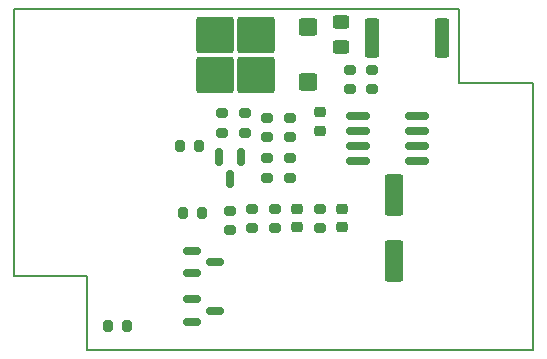
<source format=gtp>
G04 #@! TF.GenerationSoftware,KiCad,Pcbnew,7.0.1-3b83917a11~172~ubuntu20.04.1*
G04 #@! TF.CreationDate,2023-04-02T02:43:19+02:00*
G04 #@! TF.ProjectId,C64Saver2,43363453-6176-4657-9232-2e6b69636164,0.1*
G04 #@! TF.SameCoordinates,Original*
G04 #@! TF.FileFunction,Paste,Top*
G04 #@! TF.FilePolarity,Positive*
%FSLAX46Y46*%
G04 Gerber Fmt 4.6, Leading zero omitted, Abs format (unit mm)*
G04 Created by KiCad (PCBNEW 7.0.1-3b83917a11~172~ubuntu20.04.1) date 2023-04-02 02:43:19*
%MOMM*%
%LPD*%
G01*
G04 APERTURE LIST*
G04 Aperture macros list*
%AMRoundRect*
0 Rectangle with rounded corners*
0 $1 Rounding radius*
0 $2 $3 $4 $5 $6 $7 $8 $9 X,Y pos of 4 corners*
0 Add a 4 corners polygon primitive as box body*
4,1,4,$2,$3,$4,$5,$6,$7,$8,$9,$2,$3,0*
0 Add four circle primitives for the rounded corners*
1,1,$1+$1,$2,$3*
1,1,$1+$1,$4,$5*
1,1,$1+$1,$6,$7*
1,1,$1+$1,$8,$9*
0 Add four rect primitives between the rounded corners*
20,1,$1+$1,$2,$3,$4,$5,0*
20,1,$1+$1,$4,$5,$6,$7,0*
20,1,$1+$1,$6,$7,$8,$9,0*
20,1,$1+$1,$8,$9,$2,$3,0*%
G04 Aperture macros list end*
%ADD10RoundRect,0.150000X-0.825000X-0.150000X0.825000X-0.150000X0.825000X0.150000X-0.825000X0.150000X0*%
%ADD11RoundRect,0.250000X-0.550000X1.500000X-0.550000X-1.500000X0.550000X-1.500000X0.550000X1.500000X0*%
%ADD12RoundRect,0.200000X-0.275000X0.200000X-0.275000X-0.200000X0.275000X-0.200000X0.275000X0.200000X0*%
%ADD13RoundRect,0.200000X0.275000X-0.200000X0.275000X0.200000X-0.275000X0.200000X-0.275000X-0.200000X0*%
%ADD14RoundRect,0.150000X-0.150000X0.587500X-0.150000X-0.587500X0.150000X-0.587500X0.150000X0.587500X0*%
%ADD15RoundRect,0.225000X-0.250000X0.225000X-0.250000X-0.225000X0.250000X-0.225000X0.250000X0.225000X0*%
%ADD16RoundRect,0.150000X-0.587500X-0.150000X0.587500X-0.150000X0.587500X0.150000X-0.587500X0.150000X0*%
%ADD17RoundRect,0.200000X-0.200000X-0.275000X0.200000X-0.275000X0.200000X0.275000X-0.200000X0.275000X0*%
%ADD18RoundRect,0.200000X0.200000X0.275000X-0.200000X0.275000X-0.200000X-0.275000X0.200000X-0.275000X0*%
%ADD19RoundRect,0.250000X-0.450000X0.325000X-0.450000X-0.325000X0.450000X-0.325000X0.450000X0.325000X0*%
%ADD20RoundRect,0.250001X0.549999X0.499999X-0.549999X0.499999X-0.549999X-0.499999X0.549999X-0.499999X0*%
%ADD21RoundRect,0.249999X1.350001X1.300001X-1.350001X1.300001X-1.350001X-1.300001X1.350001X-1.300001X0*%
%ADD22RoundRect,0.250000X0.362500X1.425000X-0.362500X1.425000X-0.362500X-1.425000X0.362500X-1.425000X0*%
G04 #@! TA.AperFunction,Profile*
%ADD23C,0.150000*%
G04 #@! TD*
G04 APERTURE END LIST*
D10*
X169610000Y-92710000D03*
X169610000Y-93980000D03*
X169610000Y-95250000D03*
X169610000Y-96520000D03*
X174560000Y-96520000D03*
X174560000Y-95250000D03*
X174560000Y-93980000D03*
X174560000Y-92710000D03*
D11*
X172682208Y-99448374D03*
X172682208Y-105048374D03*
D12*
X160020000Y-92520000D03*
X160020000Y-94170000D03*
D13*
X161925000Y-97980000D03*
X161925000Y-96330000D03*
D12*
X170815000Y-88837000D03*
X170815000Y-90487000D03*
X163830000Y-92901000D03*
X163830000Y-94551000D03*
X160655000Y-100585000D03*
X160655000Y-102235000D03*
D14*
X159700000Y-96217500D03*
X157800000Y-96217500D03*
X158750000Y-98092500D03*
D15*
X168275000Y-100635000D03*
X168275000Y-102185000D03*
D12*
X163830000Y-96330000D03*
X163830000Y-97980000D03*
D16*
X155575000Y-108270000D03*
X155575000Y-110170000D03*
X157450000Y-109220000D03*
D12*
X162560000Y-100585000D03*
X162560000Y-102235000D03*
X166370000Y-100585000D03*
X166370000Y-102235000D03*
D17*
X148400000Y-110490000D03*
X150050000Y-110490000D03*
D18*
X156400000Y-100965000D03*
X154750000Y-100965000D03*
D19*
X168148000Y-84827000D03*
X168148000Y-86877000D03*
D15*
X164465000Y-100635000D03*
X164465000Y-102185000D03*
D16*
X155575000Y-104145000D03*
X155575000Y-106045000D03*
X157450000Y-105095000D03*
D17*
X154496000Y-95250000D03*
X156146000Y-95250000D03*
D15*
X166370000Y-92430000D03*
X166370000Y-93980000D03*
D12*
X158750000Y-100775000D03*
X158750000Y-102425000D03*
D20*
X165380000Y-89852000D03*
D21*
X160980000Y-89252000D03*
X160980000Y-85852000D03*
X157480000Y-89252000D03*
X157480000Y-85852000D03*
D20*
X165380000Y-85252000D03*
D12*
X158115000Y-92520000D03*
X158115000Y-94170000D03*
D22*
X176698500Y-86106000D03*
X170773500Y-86106000D03*
D12*
X161925000Y-92901000D03*
X161925000Y-94551000D03*
X168910000Y-88837000D03*
X168910000Y-90487000D03*
D23*
X146685000Y-106299000D02*
X140462000Y-106299000D01*
X184404000Y-89916000D02*
X184404000Y-112522000D01*
X140462000Y-106299000D02*
X140462000Y-83693000D01*
X178181000Y-83693000D02*
X178181000Y-89916000D01*
X140462000Y-83693000D02*
X178181000Y-83693000D01*
X184404000Y-112522000D02*
X146685000Y-112522000D01*
X178181000Y-89916000D02*
X184404000Y-89916000D01*
X146685000Y-112522000D02*
X146685000Y-106299000D01*
M02*

</source>
